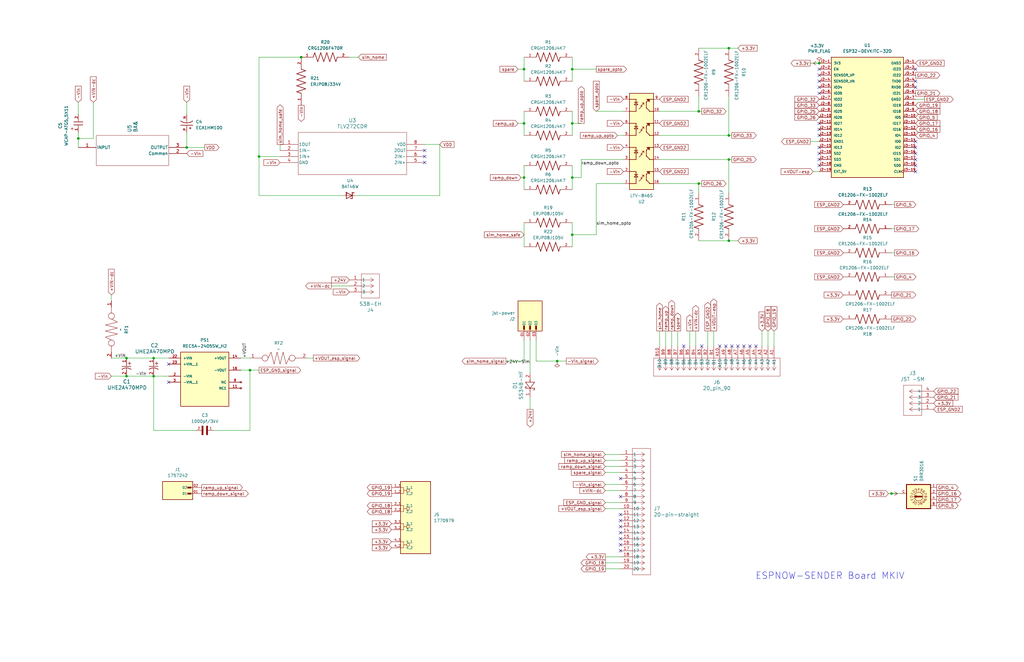
<source format=kicad_sch>
(kicad_sch (version 20250114) (generator "eeschema") (generator_version "9.0")
  (paper "USLedger")
  (lib_symbols
    (symbol "1757242:1757242" (pin_names (offset 1.016))
      (property "Reference" "J" (at -6.85 5.08 0))
      (property "Value" "1757242" (at -6.35 -5.08 0))
      (symbol "1757242_0_0"
        (pin passive line (at -10.16 2.54 0) (length 5.08) (name "01") (number "01"))
        (pin passive line (at -10.16 0 0) (length 5.08) (name "02") (number "02"))
      )
    )
    (symbol "1770979:1770979" (pin_names (offset 1.016))
      (property "Reference" "J" (at -6.85 15.24 0))
      (property "Value" "1770979" (at -6.35 -17.78 0))
      (symbol "1770979_0_0"
        (pin passive line (at -10.16 12.7 0) (length 5.08) (name "1_1") (number "1_1"))
        (pin passive line (at -10.16 10.16 0) (length 5.08) (name "1_2") (number "1_2"))
        (pin passive line (at -10.16 5.08 0) (length 5.08) (name "2_1") (number "2_1"))
        (pin passive line (at -10.16 2.54 0) (length 5.08) (name "2_2") (number "2_2"))
        (pin passive line (at -10.16 -2.54 0) (length 5.08) (name "3_1") (number "3_1"))
        (pin passive line (at -10.16 -5.08 0) (length 5.08) (name "3_2") (number "3_2"))
        (pin passive line (at -10.16 -10.16 0) (length 5.08) (name "4_1") (number "4_1"))
        (pin passive line (at -10.16 -12.7 0) (length 5.08) (name "4_2") (number "4_2"))
      )
    )
    (symbol "2025-11-05_08-31-36:TLV272CDR" (pin_names (offset 0.254))
      (property "Reference" "U3" (at 30.48 10.16 0))
      (property "Value" "TLV272CDR" (at 30.48 7.62 0))
      (symbol "TLV272CDR_0_1"
        (pin output line (at 0 0 0) (length 7.62) (name "1OUT") (number "1"))
        (pin input line (at 0 -2.54 0) (length 7.62) (name "1IN-") (number "2"))
        (pin input line (at 0 -5.08 0) (length 7.62) (name "1IN+") (number "3"))
        (pin passive line (at 0 -7.62 0) (length 7.62) (name "GND") (number "4"))
        (pin power_in line (at 60.96 0 180) (length 7.62) (name "VDD") (number "8"))
        (pin output line (at 60.96 -2.54 180) (length 7.62) (name "2OUT") (number "7"))
        (pin input line (at 60.96 -5.08 180) (length 7.62) (name "2IN-") (number "6"))
        (pin input line (at 60.96 -7.62 180) (length 7.62) (name "2IN+") (number "5"))
      )
    )
    (symbol "2025-11-05_11-31-18:BA&" (pin_names (offset 0.254))
      (property "Reference" "U5" (at 21.5899 6.35 90))
      (property "Value" "BA&" (at 24.1299 6.35 90))
      (symbol "BA&_0_1"
        (pin unspecified line (at 0 0 0) (length 7.62) (name "INPUT") (number "1"))
        (pin power_out line (at 45.72 0 180) (length 7.62) (name "OUTPUT") (number "3"))
      )
      (symbol "BA&_1_1"
        (pin passive line (at 45.72 -2.54 180) (length 7.62) (name "Common") (number "2"))
      )
    )
    (symbol "20_pin_90:XC5A-2022" (pin_names (offset 0.254))
      (property "Reference" "J" (at 8.89 6.35 0))
      (property "Value" "XC5A-2022" (at 0 0 0))
      (symbol "XC5A-2022_1_1"
        (pin unspecified line (at 0 0 0) (length 5.08) (name "A1") (number "A1"))
        (pin unspecified line (at 0 -2.54 0) (length 5.08) (name "A2") (number "A2"))
        (pin unspecified line (at 0 -5.08 0) (length 5.08) (name "A3") (number "A3"))
        (pin unspecified line (at 0 -7.62 0) (length 5.08) (name "A4") (number "A4"))
        (pin unspecified line (at 0 -10.16 0) (length 5.08) (name "A5") (number "A5"))
        (pin unspecified line (at 0 -12.7 0) (length 5.08) (name "A6") (number "A6"))
        (pin unspecified line (at 0 -15.24 0) (length 5.08) (name "A7") (number "A7"))
        (pin unspecified line (at 0 -17.78 0) (length 5.08) (name "A8") (number "A8"))
        (pin unspecified line (at 0 -20.32 0) (length 5.08) (name "A9") (number "A9"))
        (pin unspecified line (at 0 -22.86 0) (length 5.08) (name "A10") (number "A10"))
        (pin unspecified line (at 0 -25.4 0) (length 5.08) (name "B1") (number "B1"))
        (pin unspecified line (at 0 -27.94 0) (length 5.08) (name "B2") (number "B2"))
        (pin unspecified line (at 0 -30.48 0) (length 5.08) (name "B3") (number "B3"))
        (pin unspecified line (at 0 -33.02 0) (length 5.08) (name "B4") (number "B4"))
        (pin unspecified line (at 0 -35.56 0) (length 5.08) (name "B5") (number "B5"))
        (pin unspecified line (at 0 -38.1 0) (length 5.08) (name "B6") (number "B6"))
        (pin unspecified line (at 0 -40.64 0) (length 5.08) (name "B7") (number "B7"))
        (pin unspecified line (at 0 -43.18 0) (length 5.08) (name "B8") (number "B8"))
        (pin unspecified line (at 0 -45.72 0) (length 5.08) (name "B9") (number "B9"))
        (pin unspecified line (at 0 -48.26 0) (length 5.08) (name "B10") (number "B10"))
      )
      (symbol "XC5A-2022_1_2"
        (pin unspecified line (at 0 0 0) (length 5.08) (name "A1") (number "A1"))
        (pin unspecified line (at 0 -2.54 0) (length 5.08) (name "A2") (number "A2"))
        (pin unspecified line (at 0 -5.08 0) (length 5.08) (name "A3") (number "A3"))
        (pin unspecified line (at 0 -7.62 0) (length 5.08) (name "A4") (number "A4"))
        (pin unspecified line (at 0 -10.16 0) (length 5.08) (name "A5") (number "A5"))
        (pin unspecified line (at 0 -12.7 0) (length 5.08) (name "A6") (number "A6"))
        (pin unspecified line (at 0 -15.24 0) (length 5.08) (name "A7") (number "A7"))
        (pin unspecified line (at 0 -17.78 0) (length 5.08) (name "A8") (number "A8"))
        (pin unspecified line (at 0 -20.32 0) (length 5.08) (name "A9") (number "A9"))
        (pin unspecified line (at 0 -22.86 0) (length 5.08) (name "A10") (number "A10"))
        (pin unspecified line (at 0 -25.4 0) (length 5.08) (name "B1") (number "B1"))
        (pin unspecified line (at 0 -27.94 0) (length 5.08) (name "B2") (number "B2"))
        (pin unspecified line (at 0 -30.48 0) (length 5.08) (name "B3") (number "B3"))
        (pin unspecified line (at 0 -33.02 0) (length 5.08) (name "B4") (number "B4"))
        (pin unspecified line (at 0 -35.56 0) (length 5.08) (name "B5") (number "B5"))
        (pin unspecified line (at 0 -38.1 0) (length 5.08) (name "B6") (number "B6"))
        (pin unspecified line (at 0 -40.64 0) (length 5.08) (name "B7") (number "B7"))
        (pin unspecified line (at 0 -43.18 0) (length 5.08) (name "B8") (number "B8"))
        (pin unspecified line (at 0 -45.72 0) (length 5.08) (name "B9") (number "B9"))
        (pin unspecified line (at 0 -48.26 0) (length 5.08) (name "B10") (number "B10"))
      )
    )
    (symbol "20_pin_straight:XC5B-2021" (pin_names (offset 0.254))
      (property "Reference" "J" (at 8.89 6.35 0))
      (property "Value" "XC5B-2021" (at 0 0 0))
      (symbol "XC5B-2021_1_1"
        (pin unspecified line (at 0 0 0) (length 5.08) (name "1") (number "1"))
        (pin unspecified line (at 0 -2.54 0) (length 5.08) (name "2") (number "2"))
        (pin unspecified line (at 0 -5.08 0) (length 5.08) (name "3") (number "3"))
        (pin unspecified line (at 0 -7.62 0) (length 5.08) (name "4") (number "4"))
        (pin unspecified line (at 0 -10.16 0) (length 5.08) (name "5") (number "5"))
        (pin unspecified line (at 0 -12.7 0) (length 5.08) (name "6") (number "6"))
        (pin unspecified line (at 0 -15.24 0) (length 5.08) (name "7") (number "7"))
        (pin unspecified line (at 0 -17.78 0) (length 5.08) (name "8") (number "8"))
        (pin unspecified line (at 0 -20.32 0) (length 5.08) (name "9") (number "9"))
        (pin unspecified line (at 0 -22.86 0) (length 5.08) (name "10") (number "10"))
        (pin unspecified line (at 0 -25.4 0) (length 5.08) (name "11") (number "11"))
        (pin unspecified line (at 0 -27.94 0) (length 5.08) (name "12") (number "12"))
        (pin unspecified line (at 0 -30.48 0) (length 5.08) (name "13") (number "13"))
        (pin unspecified line (at 0 -33.02 0) (length 5.08) (name "14") (number "14"))
        (pin unspecified line (at 0 -35.56 0) (length 5.08) (name "15") (number "15"))
        (pin unspecified line (at 0 -38.1 0) (length 5.08) (name "16") (number "16"))
        (pin unspecified line (at 0 -40.64 0) (length 5.08) (name "17") (number "17"))
        (pin unspecified line (at 0 -43.18 0) (length 5.08) (name "18") (number "18"))
        (pin unspecified line (at 0 -45.72 0) (length 5.08) (name "19") (number "19"))
        (pin unspecified line (at 0 -48.26 0) (length 5.08) (name "20") (number "20"))
      )
      (symbol "XC5B-2021_1_2"
        (pin unspecified line (at 0 0 0) (length 5.08) (name "1") (number "1"))
        (pin unspecified line (at 0 -2.54 0) (length 5.08) (name "2") (number "2"))
        (pin unspecified line (at 0 -5.08 0) (length 5.08) (name "3") (number "3"))
        (pin unspecified line (at 0 -7.62 0) (length 5.08) (name "4") (number "4"))
        (pin unspecified line (at 0 -10.16 0) (length 5.08) (name "5") (number "5"))
        (pin unspecified line (at 0 -12.7 0) (length 5.08) (name "6") (number "6"))
        (pin unspecified line (at 0 -15.24 0) (length 5.08) (name "7") (number "7"))
        (pin unspecified line (at 0 -17.78 0) (length 5.08) (name "8") (number "8"))
        (pin unspecified line (at 0 -20.32 0) (length 5.08) (name "9") (number "9"))
        (pin unspecified line (at 0 -22.86 0) (length 5.08) (name "10") (number "10"))
        (pin unspecified line (at 0 -25.4 0) (length 5.08) (name "11") (number "11"))
        (pin unspecified line (at 0 -27.94 0) (length 5.08) (name "12") (number "12"))
        (pin unspecified line (at 0 -30.48 0) (length 5.08) (name "13") (number "13"))
        (pin unspecified line (at 0 -33.02 0) (length 5.08) (name "14") (number "14"))
        (pin unspecified line (at 0 -35.56 0) (length 5.08) (name "15") (number "15"))
        (pin unspecified line (at 0 -38.1 0) (length 5.08) (name "16") (number "16"))
        (pin unspecified line (at 0 -40.64 0) (length 5.08) (name "17") (number "17"))
        (pin unspecified line (at 0 -43.18 0) (length 5.08) (name "18") (number "18"))
        (pin unspecified line (at 0 -45.72 0) (length 5.08) (name "19") (number "19"))
        (pin unspecified line (at 0 -48.26 0) (length 5.08) (name "20") (number "20"))
      )
    )
    (symbol "BAT46W:BAT46W" (pin_names (offset 1.016))
      (property "Reference" "U" (at -2.2896 1.908 0))
      (property "Value" "BAT46W" (at -2.2899 -3.4349 0))
      (symbol "BAT46W_0_0"
        (pin passive line (at -2.54 0 0) (length 2.54) (name "~") (number "2"))
        (pin passive line (at 2.54 0 180) (length 2.54) (name "~") (number "1"))
      )
    )
    (symbol "CL31B106KAHNNNE:CL31B106KAHNNNE" (pin_names (offset 1.016))
      (property "Reference" "C" (at 0 3.81 0))
      (property "Value" "CL31B106KAHNNNE" (at 0 -5.08 0))
      (symbol "CL31B106KAHNNNE_0_0"
        (pin passive line (at -2.54 0 0) (length 2.54) (name "~") (number "2"))
        (pin passive line (at 5.08 0 180) (length 2.54) (name "~") (number "1"))
      )
    )
    (symbol "CR1206-FX-1002ELF:CR1206-FX-1002ELF" (pin_names (offset 1.016))
      (property "Reference" "R" (at -7.6244 2.5415 0))
      (property "Value" "CR1206-FX-1002ELF" (at -7.63 -5.0866 0))
      (symbol "CR1206-FX-1002ELF_0_0"
        (pin passive line (at -10.16 0 0) (length 5.08) (name "~") (number "1"))
        (pin passive line (at 10.16 0 180) (length 5.08) (name "~") (number "2"))
      )
    )
    (symbol "CRG1206F470R:CRG1206F470R" (pin_names (offset 1.016))
      (property "Reference" "R" (at -7.6244 2.5415 0))
      (property "Value" "CRG1206F470R" (at -7.63 -5.0866 0))
      (symbol "CRG1206F470R_0_0"
        (pin passive line (at -10.16 0 0) (length 5.08) (name "~") (number "1"))
        (pin passive line (at 10.16 0 180) (length 5.08) (name "~") (number "2"))
      )
    )
    (symbol "CRGH1206J4K7:CRGH1206J4K7" (pin_names (offset 1.016))
      (property "Reference" "R" (at -7.6244 2.5415 0))
      (property "Value" "CRGH1206J4K7" (at -7.63 -5.0866 0))
      (symbol "CRGH1206J4K7_0_0"
        (pin passive line (at -10.16 0 0) (length 5.08) (name "~") (number "1"))
        (pin passive line (at 10.16 0 180) (length 5.08) (name "~") (number "2"))
      )
    )
    (symbol "DRR3016:DRR3016" (pin_names (offset 1.016))
      (property "Reference" "S" (at -4.4499 -5.0856 90))
      (property "Value" "DRR3016" (at 8.9007 -5.0861 90))
      (symbol "DRR3016_0_0"
        (pin passive line (at -2.54 7.62 270) (length 2.54) (name "~") (number "1"))
        (pin passive line (at 0 7.62 270) (length 2.54) (name "~") (number "2"))
        (pin passive line (at 0 -7.62 90) (length 2.54) (name "~") (number "C"))
        (pin passive line (at 2.54 7.62 270) (length 2.54) (name "~") (number "4"))
        (pin passive line (at 5.08 7.62 270) (length 2.54) (name "~") (number "8"))
      )
    )
    (symbol "ERJP08J105V:ERJP08J105V" (pin_names (offset 1.016))
      (property "Reference" "R" (at -7.624 2.541 0))
      (property "Value" "ERJP08J105V" (at -7.624 -5.087 0))
      (symbol "ERJP08J105V_0_0"
        (pin passive line (at -10.16 0 0) (length 5.08) (name "~") (number "1"))
        (pin passive line (at 10.16 0 180) (length 5.08) (name "~") (number "2"))
      )
    )
    (symbol "ERJP08J334V:ERJP08J334V" (pin_names (offset 1.016))
      (property "Reference" "R" (at -7.624 2.541 0))
      (property "Value" "ERJP08J334V" (at -7.624 -5.087 0))
      (symbol "ERJP08J334V_0_0"
        (pin passive line (at -10.16 0 0) (length 5.08) (name "~") (number "1"))
        (pin passive line (at 10.16 0 180) (length 5.08) (name "~") (number "2"))
      )
    )
    (symbol "LTV-846S:LTV-846S" (pin_names (offset 1.016))
      (property "Reference" "U" (at -5.08 21.082 0))
      (property "Value" "LTV-846S" (at -5.08 -22.86 0))
      (symbol "LTV-846S_0_0"
        (pin passive line (at -7.62 17.78 0) (length 2.54) (name "~") (number "1"))
        (pin passive line (at -7.62 12.7 0) (length 2.54) (name "~") (number "2"))
        (pin passive line (at -7.62 7.62 0) (length 2.54) (name "~") (number "3"))
        (pin passive line (at -7.62 2.54 0) (length 2.54) (name "~") (number "4"))
        (pin passive line (at -7.62 -2.54 0) (length 2.54) (name "~") (number "5"))
        (pin passive line (at -7.62 -7.62 0) (length 2.54) (name "~") (number "6"))
        (pin passive line (at -7.62 -12.7 0) (length 2.54) (name "~") (number "7"))
        (pin passive line (at -7.62 -17.78 0) (length 2.54) (name "~") (number "8"))
        (pin passive line (at 7.62 17.78 180) (length 2.54) (name "~") (number "16"))
        (pin passive line (at 7.62 12.7 180) (length 2.54) (name "~") (number "15"))
        (pin passive line (at 7.62 7.62 180) (length 2.54) (name "~") (number "14"))
        (pin passive line (at 7.62 2.54 180) (length 2.54) (name "~") (number "13"))
        (pin passive line (at 7.62 -2.54 180) (length 2.54) (name "~") (number "12"))
        (pin passive line (at 7.62 -7.62 180) (length 2.54) (name "~") (number "11"))
        (pin passive line (at 7.62 -12.7 180) (length 2.54) (name "~") (number "10"))
        (pin passive line (at 7.62 -17.78 180) (length 2.54) (name "~") (number "9"))
      )
    )
    (symbol "WCAP-ATG5_5X11:ECA1HM100" (pin_names (offset 1.016))
      (property "Reference" "C" (at -2.54 3.81 0))
      (property "Value" "ECA1HM100" (at -2.54 -5.08 0))
      (symbol "ECA1HM100_0_0"
        (pin passive line (at -2.54 0 0) (length 2.54) (name "~") (number "P"))
        (pin passive line (at 5.08 0 180) (length 2.54) (name "~") (number "N"))
      )
    )
    (symbol "WCAP-ATG5_5X11:WCAP-ATG5_5X11" (pin_names (offset 1.016))
      (property "Reference" "C" (at 1.175 3.38 0))
      (property "Value" "WCAP-ATG5_5X11" (at 0.915 -5.075 0))
      (symbol "WCAP-ATG5_5X11_0_0"
        (text "+" (at 2.54 -1.905 0) (effects (font (size 1.4224 1.4224)) (justify left bottom)))
        (pin passive line (at -2.54 0 0) (length 2.54) (name "~") (number "2"))
        (pin passive line (at 5.08 0 180) (length 2.54) (name "~") (number "1"))
      )
    )
    (symbol "custom_library:ESP32-DEVKITC-32D" (pin_names (offset 1.016))
      (property "Reference" "U1" (at 0 30.48 0))
      (property "Value" "ESP32-DEVKITC-32D" (at 0 27.94 0))
      (symbol "ESP32-DEVKITC-32D_0_0"
        (pin power_in line (at -20.32 22.86 0) (length 5.08) (name "3V3") (number "J2-1"))
        (pin input line (at -20.32 20.32 0) (length 5.08) (name "EN") (number "J2-2"))
        (pin input line (at -20.32 17.78 0) (length 5.08) (name "SENSOR_VP") (number "J2-3"))
        (pin input line (at -20.32 15.24 0) (length 5.08) (name "SENSOR_VN") (number "J2-4"))
        (pin bidirectional line (at -20.32 12.7 0) (length 5.08) (name "IO34") (number "J2-5"))
        (pin bidirectional line (at -20.32 10.16 0) (length 5.08) (name "IO35") (number "J2-6"))
        (pin bidirectional line (at -20.32 7.62 0) (length 5.08) (name "IO32") (number "J2-7"))
        (pin bidirectional line (at -20.32 5.08 0) (length 5.08) (name "IO33") (number "J2-8"))
        (pin bidirectional line (at -20.32 2.54 0) (length 5.08) (name "IO25") (number "J2-9"))
        (pin bidirectional line (at -20.32 0 0) (length 5.08) (name "IO26") (number "J2-10"))
        (pin bidirectional line (at -20.32 -2.54 0) (length 5.08) (name "IO27") (number "J2-11"))
        (pin bidirectional line (at -20.32 -5.08 0) (length 5.08) (name "IO14") (number "J2-12"))
        (pin bidirectional line (at -20.32 -7.62 0) (length 5.08) (name "IO12") (number "J2-13"))
        (pin power_in line (at -20.32 -10.16 0) (length 5.08) (name "GND1") (number "J2-14"))
        (pin bidirectional line (at -20.32 -12.7 0) (length 5.08) (name "IO13") (number "J2-15"))
        (pin bidirectional line (at -20.32 -15.24 0) (length 5.08) (name "SD2") (number "J2-16"))
        (pin bidirectional line (at -20.32 -17.78 0) (length 5.08) (name "SD3") (number "J2-17"))
        (pin bidirectional line (at -20.32 -20.32 0) (length 5.08) (name "CMD") (number "J2-18"))
        (pin passive line (at -20.32 -22.86 0) (length 5.08) (name "EXT_5V") (number "J2-19"))
        (pin power_in line (at 20.32 22.86 180) (length 5.08) (name "GND3") (number "J3-1"))
        (pin bidirectional line (at 20.32 20.32 180) (length 5.08) (name "IO23") (number "J3-2"))
        (pin bidirectional line (at 20.32 17.78 180) (length 5.08) (name "IO22") (number "J3-3"))
        (pin output line (at 20.32 15.24 180) (length 5.08) (name "TXD0") (number "J3-4"))
        (pin input line (at 20.32 12.7 180) (length 5.08) (name "RXD0") (number "J3-5"))
        (pin bidirectional line (at 20.32 10.16 180) (length 5.08) (name "IO21") (number "J3-6"))
        (pin power_out line (at 20.32 7.62 180) (length 5.08) (name "GND2") (number "J3-7"))
        (pin bidirectional line (at 20.32 5.08 180) (length 5.08) (name "IO19") (number "J3-8"))
        (pin bidirectional line (at 20.32 2.54 180) (length 5.08) (name "IO18") (number "J3-9"))
        (pin bidirectional line (at 20.32 0 180) (length 5.08) (name "IO5") (number "J3-10"))
        (pin bidirectional line (at 20.32 -2.54 180) (length 5.08) (name "IO17") (number "J3-11"))
        (pin bidirectional line (at 20.32 -5.08 180) (length 5.08) (name "IO16") (number "J3-12"))
        (pin bidirectional line (at 20.32 -7.62 180) (length 5.08) (name "IO4") (number "J3-13"))
        (pin bidirectional line (at 20.32 -10.16 180) (length 5.08) (name "IO0") (number "J3-14"))
        (pin bidirectional line (at 20.32 -12.7 180) (length 5.08) (name "IO2") (number "J3-15"))
        (pin bidirectional line (at 20.32 -15.24 180) (length 5.08) (name "IO15") (number "J3-16"))
        (pin bidirectional line (at 20.32 -17.78 180) (length 5.08) (name "SD1") (number "J3-17"))
        (pin bidirectional line (at 20.32 -20.32 180) (length 5.08) (name "SD0") (number "J3-18"))
        (pin input clock (at 20.32 -22.86 180) (length 5.08) (name "CLK") (number "J3-19"))
      )
    )
    (symbol "custom_library:JCT" (pin_names (offset 0.254))
      (property "Reference" "J3" (at 8.89 -15.24 0))
      (property "Value" "JCT" (at 8.89 -12.7 0))
      (symbol "JCT_1_1"
        (pin power_in line (at 0 0 0) (length 5.08) (name "1") (number "1"))
        (pin power_in line (at 0 -2.54 0) (length 5.08) (name "2") (number "2"))
        (pin input line (at 0 -5.08 0) (length 5.08) (name "3") (number "3"))
        (pin input line (at 0 -7.62 0) (length 5.08) (name "4") (number "4"))
      )
      (symbol "JCT_1_2"
        (pin unspecified line (at 0 0 0) (length 5.08) (name "1") (number "1"))
        (pin unspecified line (at 0 -2.54 0) (length 5.08) (name "2") (number "2"))
        (pin unspecified line (at 0 -5.08 0) (length 5.08) (name "3") (number "3"))
        (pin unspecified line (at 0 -7.62 0) (length 5.08) (name "4") (number "4"))
      )
    )
    (symbol "custom_library:REC5A-2405SW_H2" (pin_names (offset 1.016))
      (property "Reference" "PS1" (at 0 12.7 0))
      (property "Value" "REC5A-2405SW_H2" (at 0 10.16 0))
      (symbol "REC5A-2405SW_H2_0_0"
        (pin power_in line (at -15.24 5.08 0) (length 5.08) (name "+VIN") (number "22"))
        (pin input line (at -15.24 2.54 0) (length 5.08) (name "+VIN__1") (number "23"))
        (pin passive line (at -15.24 -2.54 0) (length 5.08) (name "-VIN") (number "2"))
        (pin input line (at -15.24 -5.08 0) (length 5.08) (name "-VIN__1") (number "3"))
        (pin power_out line (at 15.24 5.08 180) (length 5.08) (name "+VOUT") (number "14"))
        (pin passive line (at 15.24 0 180) (length 5.08) (name "-VOUT") (number "16"))
        (pin no_connect line (at 15.24 -5.08 180) (length 5.08) (name "NC") (number "9"))
        (pin no_connect line (at 15.24 -7.62 180) (length 5.08) (name "NC1") (number "11"))
      )
    )
    (symbol "custom_library:S3B-EH" (pin_names (offset 0.254))
      (property "Reference" "J4" (at 8.89 -12.7 0))
      (property "Value" "S3B-EH" (at 8.89 -10.16 0))
      (symbol "S3B-EH_1_1"
        (pin power_in line (at 0 0 0) (length 5.08) (name "1") (number "1"))
        (pin power_out line (at 0 -2.54 0) (length 5.08) (name "2") (number "2"))
        (pin passive line (at 0 -5.08 0) (length 5.08) (name "3") (number "3"))
      )
      (symbol "S3B-EH_1_2"
        (pin unspecified line (at 0 0 0) (length 5.08) (name "1") (number "1"))
        (pin unspecified line (at 0 -2.54 0) (length 5.08) (name "2") (number "2"))
        (pin unspecified line (at 0 -5.08 0) (length 5.08) (name "3") (number "3"))
      )
    )
    (symbol "custom_library:SS34B-HF" (pin_names (offset 0.254))
      (property "Reference" "D1" (at 5.08 -6.35 0))
      (property "Value" "SS34B-HF" (at 5.08 -3.81 0))
      (symbol "SS34B-HF_0_1"
        (pin power_in line (at 0 0 0) (length 2.54) (name "") (number "2"))
        (pin power_out line (at 10.16 0 180) (length 2.54) (name "") (number "1"))
      )
    )
    (symbol "custom_library:UHE2A470MPD" (pin_names (offset 0.254))
      (property "Reference" "C1" (at -5.334 -0.508 90))
      (property "Value" "UHE2A470MPD" (at -2.794 6.096 90))
      (symbol "UHE2A470MPD_1_1"
        (pin passive line (at 0 0 0) (length 2.54) (name "") (number "1"))
        (pin passive line (at 7.62 0 180) (length 2.54) (name "") (number "2"))
      )
      (symbol "UHE2A470MPD_1_2"
        (pin unspecified line (at 0 0 270) (length 2.54) (name "") (number "2"))
        (pin unspecified line (at 0 -7.62 90) (length 2.54) (name "") (number "1"))
      )
    )
    (symbol "custom_library:jst-power" (pin_names (offset 1.016))
      (property "Reference" "J2" (at 10.16 -1.778 90))
      (property "Value" "jst-power" (at 12.446 -4.572 90))
      (symbol "jst-power_0_0"
        (pin passive line (at -10.16 2.54 0) (length 5.08) (name "01") (number "01"))
        (pin power_out line (at -10.16 0 0) (length 5.08) (name "02") (number "02"))
        (pin passive line (at -10.16 -2.54 0) (length 5.08) (name "03") (number "03"))
      )
    )
    (symbol "custom_library:reset_fuse"
      (property "Reference" "RF1" (at -0.635 6.35 0))
      (property "Value" "~" (at -0.635 3.81 0))
      (symbol "reset_fuse_1_1"
        (pin power_in line (at -12.7 0 0) (length 2.54) (name "") (number "1"))
        (pin power_out line (at 11.43 0 180) (length 2.54) (name "") (number "2"))
      )
    )
    (symbol "power:+3.3V" (power) (pin_numbers (hide yes)) (pin_names (offset 0) (hide yes))
      (property "Value" "+3.3V" (at 0 3.556 0))
      (symbol "+3.3V_1_1"
        (pin power_in line (at 0 0 90) (length 0) (name "~") (number "1"))
      )
    )
    (symbol "power:PWR_FLAG" (power) (pin_numbers (hide yes)) (pin_names (offset 0) (hide yes))
      (property "Value" "PWR_FLAG" (at 0 3.81 0))
      (symbol "PWR_FLAG_0_0"
        (pin power_out line (at 0 0 90) (length 0) (name "~") (number "1"))
      )
    )
  )
  (text "ESPNOW-SENDER Board MKIV\n\n" (at 350.012 245.364 0) (effects (font (size 2.794 2.794))))
  (junction (at 307.34 67.31))
  (junction (at 64.77 158.75))
  (junction (at 241.3 99.06))
  (junction (at 78.74 62.23))
  (junction (at 307.34 101.6))
  (junction (at 53.34 158.75))
  (junction (at 241.3 74.93))
  (junction (at 375.92 208.28))
  (junction (at 234.95 152.4))
  (junction (at 127 24.13))
  (junction (at 220.98 74.93))
  (junction (at 294.64 46.99))
  (junction (at 109.22 66.04))
  (junction (at 220.98 52.07))
  (junction (at 33.02 58.42))
  (junction (at 220.98 29.21))
  (junction (at 307.34 20.32))
  (junction (at 241.3 52.07))
  (junction (at 105.41 156.21))
  (junction (at 307.34 57.15))
  (junction (at 64.77 151.13))
  (junction (at 241.3 29.21))
  (junction (at 53.34 151.13))
  (junction (at 294.64 77.47))
  (junction (at 345.44 26.67))
  (no_connect (at 386.08 69.85))
  (no_connect (at 345.44 29.21))
  (no_connect (at 345.44 67.31))
  (no_connect (at 308.61 146.05))
  (no_connect (at 386.08 36.83))
  (no_connect (at 261.62 201.93))
  (no_connect (at 179.07 68.58))
  (no_connect (at 345.44 69.85))
  (no_connect (at 345.44 54.61))
  (no_connect (at 311.15 146.05))
  (no_connect (at 345.44 34.29))
  (no_connect (at 386.08 67.31))
  (no_connect (at 386.08 59.69))
  (no_connect (at 261.62 224.79))
  (no_connect (at 316.23 146.05))
  (no_connect (at 261.62 222.25))
  (no_connect (at 386.08 62.23))
  (no_connect (at 386.08 34.29))
  (no_connect (at 261.62 209.55))
  (no_connect (at 295.91 146.05))
  (no_connect (at 261.62 229.87))
  (no_connect (at 179.07 63.5))
  (no_connect (at 306.07 146.05))
  (no_connect (at 345.44 52.07))
  (no_connect (at 386.08 64.77))
  (no_connect (at 345.44 57.15))
  (no_connect (at 288.29 146.05))
  (no_connect (at 386.08 72.39))
  (no_connect (at 303.53 146.05))
  (no_connect (at 313.69 146.05))
  (no_connect (at 386.08 29.21))
  (no_connect (at 345.44 39.37))
  (no_connect (at 261.62 219.71))
  (no_connect (at 345.44 36.83))
  (no_connect (at 318.77 146.05))
  (no_connect (at 345.44 62.23))
  (no_connect (at 261.62 232.41))
  (no_connect (at 179.07 66.04))
  (no_connect (at 71.12 153.67))
  (no_connect (at 345.44 31.75))
  (no_connect (at 261.62 227.33))
  (no_connect (at 261.62 217.17))
  (no_connect (at 71.12 161.29))
  (no_connect (at 345.44 64.77))
  (wire (pts (xy 46.99 127) (xy 46.99 124.46)))
  (wire (pts (xy 241.3 69.85) (xy 241.3 74.93)))
  (wire (pts (xy 255.27 191.77) (xy 261.62 191.77)))
  (wire (pts (xy 109.22 24.13) (xy 127 24.13)))
  (wire (pts (xy 129.54 151.13) (xy 132.08 151.13)))
  (wire (pts (xy 377.19 106.68) (xy 375.92 106.68)))
  (wire (pts (xy 255.27 212.09) (xy 261.62 212.09)))
  (wire (pts (xy 255.27 199.39) (xy 261.62 199.39)))
  (wire (pts (xy 234.95 152.4) (xy 238.76 152.4)))
  (wire (pts (xy 241.3 99.06) (xy 251.46 99.06)))
  (wire (pts (xy 374.65 208.28) (xy 375.92 208.28)))
  (wire (pts (xy 53.34 158.75) (xy 64.77 158.75)))
  (wire (pts (xy 220.98 46.99) (xy 220.98 52.07)))
  (wire (pts (xy 101.6 156.21) (xy 105.41 156.21)))
  (wire (pts (xy 78.74 48.26) (xy 78.74 43.18)))
  (wire (pts (xy 341.63 59.69) (xy 345.44 59.69)))
  (wire (pts (xy 280.67 139.7) (xy 280.67 146.05)))
  (wire (pts (xy 105.41 181.61) (xy 105.41 156.21)))
  (wire (pts (xy 278.13 77.47) (xy 294.64 77.47)))
  (wire (pts (xy 255.27 196.85) (xy 261.62 196.85)))
  (wire (pts (xy 185.42 82.55) (xy 185.42 60.96)))
  (wire (pts (xy 255.27 194.31) (xy 261.62 194.31)))
  (wire (pts (xy 64.77 181.61) (xy 82.55 181.61)))
  (wire (pts (xy 64.77 181.61) (xy 64.77 158.75)))
  (wire (pts (xy 220.98 24.13) (xy 220.98 29.21)))
  (wire (pts (xy 307.34 67.31) (xy 307.34 81.28)))
  (wire (pts (xy 46.99 151.13) (xy 53.34 151.13)))
  (wire (pts (xy 298.45 139.7) (xy 298.45 146.05)))
  (wire (pts (xy 307.34 67.31) (xy 308.61 67.31)))
  (wire (pts (xy 294.64 20.32) (xy 307.34 20.32)))
  (wire (pts (xy 226.06 143.51) (xy 226.06 152.4)))
  (wire (pts (xy 118.11 60.96) (xy 118.11 63.5)))
  (wire (pts (xy 245.11 67.31) (xy 262.89 67.31)))
  (wire (pts (xy 377.19 86.36) (xy 375.92 86.36)))
  (wire (pts (xy 241.3 99.06) (xy 241.3 104.14)))
  (wire (pts (xy 147.32 24.13) (xy 151.13 24.13)))
  (wire (pts (xy 241.3 93.98) (xy 241.3 99.06)))
  (wire (pts (xy 255.27 204.47) (xy 261.62 204.47)))
  (wire (pts (xy 220.98 69.85) (xy 220.98 74.93)))
  (wire (pts (xy 33.02 48.26) (xy 33.02 43.18)))
  (wire (pts (xy 321.31 139.7) (xy 321.31 146.05)))
  (wire (pts (xy 90.17 181.61) (xy 105.41 181.61)))
  (wire (pts (xy 241.3 74.93) (xy 241.3 80.01)))
  (wire (pts (xy 39.37 58.42) (xy 33.02 58.42)))
  (wire (pts (xy 219.71 74.93) (xy 220.98 74.93)))
  (wire (pts (xy 220.98 74.93) (xy 220.98 80.01)))
  (wire (pts (xy 294.64 40.64) (xy 294.64 46.99)))
  (wire (pts (xy 278.13 67.31) (xy 307.34 67.31)))
  (wire (pts (xy 377.19 116.84) (xy 375.92 116.84)))
  (wire (pts (xy 139.7 120.65) (xy 147.32 120.65)))
  (wire (pts (xy 278.13 139.7) (xy 278.13 146.05)))
  (wire (pts (xy 46.99 158.75) (xy 53.34 158.75)))
  (wire (pts (xy 218.44 52.07) (xy 220.98 52.07)))
  (wire (pts (xy 53.34 151.13) (xy 64.77 151.13)))
  (wire (pts (xy 251.46 77.47) (xy 251.46 99.06)))
  (wire (pts (xy 220.98 93.98) (xy 220.98 104.14)))
  (wire (pts (xy 220.98 152.4) (xy 213.36 152.4)))
  (wire (pts (xy 342.9 72.39) (xy 345.44 72.39)))
  (wire (pts (xy 109.22 82.55) (xy 144.78 82.55)))
  (wire (pts (xy 255.27 214.63) (xy 261.62 214.63)))
  (wire (pts (xy 255.27 237.49) (xy 261.62 237.49)))
  (wire (pts (xy 251.46 46.99) (xy 262.89 46.99)))
  (wire (pts (xy 33.02 62.23) (xy 33.02 58.42)))
  (wire (pts (xy 39.37 43.18) (xy 39.37 58.42)))
  (wire (pts (xy 241.3 29.21) (xy 241.3 34.29)))
  (wire (pts (xy 241.3 24.13) (xy 241.3 29.21)))
  (wire (pts (xy 241.3 74.93) (xy 245.11 74.93)))
  (wire (pts (xy 290.83 139.7) (xy 290.83 146.05)))
  (wire (pts (xy 223.52 157.48) (xy 223.52 143.51)))
  (wire (pts (xy 294.64 81.28) (xy 294.64 77.47)))
  (wire (pts (xy 71.12 158.75) (xy 64.77 158.75)))
  (wire (pts (xy 78.74 62.23) (xy 86.36 62.23)))
  (wire (pts (xy 326.39 139.7) (xy 326.39 146.05)))
  (wire (pts (xy 226.06 152.4) (xy 234.95 152.4)))
  (wire (pts (xy 386.08 41.91) (xy 389.89 41.91)))
  (wire (pts (xy 375.92 208.28) (xy 379.73 208.28)))
  (wire (pts (xy 105.41 156.21) (xy 109.22 156.21)))
  (wire (pts (xy 377.19 96.52) (xy 375.92 96.52)))
  (wire (pts (xy 220.98 152.4) (xy 220.98 143.51)))
  (wire (pts (xy 294.64 46.99) (xy 295.91 46.99)))
  (wire (pts (xy 109.22 66.04) (xy 109.22 82.55)))
  (wire (pts (xy 255.27 240.03) (xy 261.62 240.03)))
  (wire (pts (xy 260.35 57.15) (xy 262.89 57.15)))
  (wire (pts (xy 185.42 60.96) (xy 179.07 60.96)))
  (wire (pts (xy 293.37 139.7) (xy 293.37 146.05)))
  (wire (pts (xy 33.02 58.42) (xy 33.02 55.88)))
  (wire (pts (xy 223.52 172.72) (xy 223.52 167.64)))
  (wire (pts (xy 283.21 139.7) (xy 283.21 146.05)))
  (wire (pts (xy 241.3 52.07) (xy 245.11 52.07)))
  (wire (pts (xy 323.85 139.7) (xy 323.85 146.05)))
  (wire (pts (xy 255.27 234.95) (xy 261.62 234.95)))
  (wire (pts (xy 307.34 57.15) (xy 308.61 57.15)))
  (wire (pts (xy 255.27 207.01) (xy 261.62 207.01)))
  (wire (pts (xy 294.64 77.47) (xy 295.91 77.47)))
  (wire (pts (xy 285.75 139.7) (xy 285.75 146.05)))
  (wire (pts (xy 278.13 57.15) (xy 307.34 57.15)))
  (wire (pts (xy 307.34 20.32) (xy 311.15 20.32)))
  (wire (pts (xy 220.98 29.21) (xy 220.98 34.29)))
  (wire (pts (xy 220.98 52.07) (xy 220.98 57.15)))
  (wire (pts (xy 64.77 151.13) (xy 71.12 151.13)))
  (wire (pts (xy 241.3 46.99) (xy 241.3 52.07)))
  (wire (pts (xy 241.3 52.07) (xy 241.3 57.15)))
  (wire (pts (xy 149.86 82.55) (xy 185.42 82.55)))
  (wire (pts (xy 278.13 46.99) (xy 294.64 46.99)))
  (wire (pts (xy 300.99 139.7) (xy 300.99 146.05)))
  (wire (pts (xy 241.3 29.21) (xy 251.46 29.21)))
  (wire (pts (xy 294.64 101.6) (xy 307.34 101.6)))
  (wire (pts (xy 307.34 40.64) (xy 307.34 57.15)))
  (wire (pts (xy 101.6 151.13) (xy 105.41 151.13)))
  (wire (pts (xy 245.11 67.31) (xy 245.11 74.93)))
  (wire (pts (xy 109.22 66.04) (xy 109.22 24.13)))
  (wire (pts (xy 118.11 66.04) (xy 109.22 66.04)))
  (wire (pts (xy 307.34 101.6) (xy 311.15 101.6)))
  (wire (pts (xy 78.74 62.23) (xy 78.74 55.88)))
  (wire (pts (xy 251.46 77.47) (xy 262.89 77.47)))
  (wire (pts (xy 341.63 26.67) (xy 345.44 26.67)))
  (wire (pts (xy 218.44 29.21) (xy 220.98 29.21)))
  (label "-Vin" (at 57.15 158.75 0))
  (label "ramp_down_opto" (at 245.11 69.85 0))
  (label "+VOUT" (at 104.14 151.13 90))
  (label "+VIN" (at 48.26 151.13 0))
  (label "sim_home_opto" (at 251.46 95.25 0))
  (label "+24V-Sim" (at 223.52 153.67 180))
  (global_label "GPIO_32" (shape input) (at 345.44 41.91 180) (property "Intersheetrefs" "${INTERSHEET_REFS}" (effects (hide yes))))
  (global_label "ESP_GND2" (shape input) (at 278.13 41.91 0) (property "Intersheetrefs" "${INTERSHEET_REFS}" (effects (hide yes))))
  (global_label "+3.3V" (shape input) (at 355.6 134.62 180) (property "Intersheetrefs" "${INTERSHEET_REFS}" (effects (hide yes))))
  (global_label "spare" (shape input) (at 218.44 29.21 180) (property "Intersheetrefs" "${INTERSHEET_REFS}" (effects (hide yes))))
  (global_label "GPIO_22" (shape output) (at 386.08 31.75 0) (property "Intersheetrefs" "${INTERSHEET_REFS}" (effects (hide yes))))
  (global_label "-Vin" (shape input) (at 147.32 123.19 180) (property "Intersheetrefs" "${INTERSHEET_REFS}" (effects (hide yes))))
  (global_label "GPIO_19" (shape output) (at 255.27 240.03 180) (property "Intersheetrefs" "${INTERSHEET_REFS}" (effects (hide yes))))
  (global_label "+3.3V" (shape output) (at 341.63 26.67 180) (property "Intersheetrefs" "${INTERSHEET_REFS}" (effects (hide yes))))
  (global_label "spare_signal" (shape input) (at 255.27 199.39 180) (property "Intersheetrefs" "${INTERSHEET_REFS}" (effects (hide yes))))
  (global_label "+VIN-dc" (shape output) (at 293.37 139.7 90) (property "Intersheetrefs" "${INTERSHEET_REFS}" (effects (hide yes))))
  (global_label "-Vin" (shape input) (at 262.89 41.91 180) (property "Intersheetrefs" "${INTERSHEET_REFS}" (effects (hide yes))))
  (global_label "ESP_GND2" (shape input) (at 278.13 52.07 0) (property "Intersheetrefs" "${INTERSHEET_REFS}" (effects (hide yes))))
  (global_label "sim_home_safe" (shape input) (at 220.98 99.06 180) (property "Intersheetrefs" "${INTERSHEET_REFS}" (effects (hide yes))))
  (global_label "sim_home_signal" (shape input) (at 255.27 191.77 180) (property "Intersheetrefs" "${INTERSHEET_REFS}" (effects (hide yes))))
  (global_label "-Vin" (shape input) (at 262.89 52.07 180) (property "Intersheetrefs" "${INTERSHEET_REFS}" (effects (hide yes))))
  (global_label "ramp_up_opto" (shape input) (at 260.35 57.15 180) (property "Intersheetrefs" "${INTERSHEET_REFS}" (effects (hide yes))))
  (global_label "ramp_up" (shape output) (at 280.67 139.7 90) (property "Intersheetrefs" "${INTERSHEET_REFS}" (effects (hide yes))))
  (global_label "GPIO_21" (shape output) (at 375.92 124.46 0) (property "Intersheetrefs" "${INTERSHEET_REFS}" (effects (hide yes))))
  (global_label "GPIO_4" (shape output) (at 394.97 205.74 0) (property "Intersheetrefs" "${INTERSHEET_REFS}" (effects (hide yes))))
  (global_label "+24V" (shape output) (at 223.52 172.72 270) (property "Intersheetrefs" "${INTERSHEET_REFS}" (effects (hide yes))))
  (global_label "GPIO_19" (shape input) (at 326.39 139.7 90) (property "Intersheetrefs" "${INTERSHEET_REFS}" (effects (hide yes))))
  (global_label "GPIO_21" (shape input) (at 393.7 167.64 0) (property "Intersheetrefs" "${INTERSHEET_REFS}" (effects (hide yes))))
  (global_label "+VIN-dc" (shape input) (at 39.37 43.18 90) (property "Intersheetrefs" "${INTERSHEET_REFS}" (effects (hide yes))))
  (global_label "+3.3V" (shape input) (at 165.1 228.6 180) (property "Intersheetrefs" "${INTERSHEET_REFS}" (effects (hide yes))))
  (global_label "+3.3V" (shape input) (at 165.1 220.98 180) (property "Intersheetrefs" "${INTERSHEET_REFS}" (effects (hide yes))))
  (global_label "-Vin_signal" (shape output) (at 238.76 152.4 0) (property "Intersheetrefs" "${INTERSHEET_REFS}" (effects (hide yes))))
  (global_label "ESP_GND_signal" (shape output) (at 109.22 156.21 0) (property "Intersheetrefs" "${INTERSHEET_REFS}" (effects (hide yes))))
  (global_label "ESP_GND2" (shape input) (at 355.6 106.68 180) (property "Intersheetrefs" "${INTERSHEET_REFS}" (effects (hide yes))))
  (global_label "ESP_GND2" (shape output) (at 298.45 139.7 90) (property "Intersheetrefs" "${INTERSHEET_REFS}" (effects (hide yes))))
  (global_label "ramp_up_opto" (shape output) (at 245.11 52.07 90) (property "Intersheetrefs" "${INTERSHEET_REFS}" (effects (hide yes))))
  (global_label "+VIN-dc" (shape output) (at 139.7 120.65 180) (property "Intersheetrefs" "${INTERSHEET_REFS}" (effects (hide yes))))
  (global_label "+3.3V" (shape input) (at 165.1 223.52 180) (property "Intersheetrefs" "${INTERSHEET_REFS}" (effects (hide yes))))
  (global_label "GPIO_5" (shape output) (at 394.97 213.36 0) (property "Intersheetrefs" "${INTERSHEET_REFS}" (effects (hide yes))))
  (global_label "ramp_up_signal" (shape input) (at 255.27 194.31 180) (property "Intersheetrefs" "${INTERSHEET_REFS}" (effects (hide yes))))
  (global_label "-Vin_signal" (shape input) (at 255.27 204.47 180) (property "Intersheetrefs" "${INTERSHEET_REFS}" (effects (hide yes))))
  (global_label "sim_home" (shape output) (at 278.13 139.7 90) (property "Intersheetrefs" "${INTERSHEET_REFS}" (effects (hide yes))))
  (global_label "ESP_GND2" (shape input) (at 386.08 26.67 0) (property "Intersheetrefs" "${INTERSHEET_REFS}" (effects (hide yes))))
  (global_label "GPIO_18" (shape output) (at 165.1 215.9 180) (property "Intersheetrefs" "${INTERSHEET_REFS}" (effects (hide yes))))
  (global_label "ramp_down_signal" (shape input) (at 255.27 196.85 180) (property "Intersheetrefs" "${INTERSHEET_REFS}" (effects (hide yes))))
  (global_label "ESP_GND2" (shape input) (at 278.13 72.39 0) (property "Intersheetrefs" "${INTERSHEET_REFS}" (effects (hide yes))))
  (global_label "GPIO_19" (shape output) (at 165.1 205.74 180) (property "Intersheetrefs" "${INTERSHEET_REFS}" (effects (hide yes))))
  (global_label "-Vin" (shape input) (at 78.74 43.18 90) (property "Intersheetrefs" "${INTERSHEET_REFS}" (effects (hide yes))))
  (global_label "sim_home" (shape input) (at 151.13 24.13 0) (property "Intersheetrefs" "${INTERSHEET_REFS}" (effects (hide yes))))
  (global_label "ESP_GND2" (shape output) (at 341.63 59.69 180) (property "Intersheetrefs" "${INTERSHEET_REFS}" (effects (hide yes))))
  (global_label "+VIN-dc" (shape input) (at 46.99 124.46 90) (property "Intersheetrefs" "${INTERSHEET_REFS}" (effects (hide yes))))
  (global_label "GPIO_5" (shape input) (at 386.08 49.53 0) (property "Intersheetrefs" "${INTERSHEET_REFS}" (effects (hide yes))))
  (global_label "ESP_GND_signal" (shape input) (at 255.27 212.09 180) (property "Intersheetrefs" "${INTERSHEET_REFS}" (effects (hide yes))))
  (global_label "+24V" (shape input) (at 147.32 118.11 180) (property "Intersheetrefs" "${INTERSHEET_REFS}" (effects (hide yes))))
  (global_label "-Vin" (shape input) (at 118.11 68.58 180) (property "Intersheetrefs" "${INTERSHEET_REFS}" (effects (hide yes))))
  (global_label "GPIO_25" (shape output) (at 308.61 67.31 0) (property "Intersheetrefs" "${INTERSHEET_REFS}" (effects (hide yes))))
  (global_label "GPIO_26" (shape input) (at 345.44 49.53 180) (property "Intersheetrefs" "${INTERSHEET_REFS}" (effects (hide yes))))
  (global_label "+3.3V" (shape output) (at 255.27 234.95 180) (property "Intersheetrefs" "${INTERSHEET_REFS}" (effects (hide yes))))
  (global_label "-Vin" (shape input) (at 46.99 158.75 180) (property "Intersheetrefs" "${INTERSHEET_REFS}" (effects (hide yes))))
  (global_label "GPIO_16" (shape input) (at 386.08 54.61 0) (property "Intersheetrefs" "${INTERSHEET_REFS}" (effects (hide yes))))
  (global_label "-Vin" (shape input) (at 262.89 72.39 180) (property "Intersheetrefs" "${INTERSHEET_REFS}" (effects (hide yes))))
  (global_label "+3.3V" (shape input) (at 311.15 20.32 0) (property "Intersheetrefs" "${INTERSHEET_REFS}" (effects (hide yes))))
  (global_label "GPIO_32" (shape output) (at 295.91 46.99 0) (property "Intersheetrefs" "${INTERSHEET_REFS}" (effects (hide yes))))
  (global_label "spare_opto" (shape input) (at 251.46 46.99 90) (property "Intersheetrefs" "${INTERSHEET_REFS}" (effects (hide yes))))
  (global_label "GPIO_19" (shape output) (at 165.1 208.28 180) (property "Intersheetrefs" "${INTERSHEET_REFS}" (effects (hide yes))))
  (global_label "-Vin" (shape input) (at 78.74 64.77 0) (property "Intersheetrefs" "${INTERSHEET_REFS}" (effects (hide yes))))
  (global_label "GPIO_5" (shape output) (at 377.19 86.36 0) (property "Intersheetrefs" "${INTERSHEET_REFS}" (effects (hide yes))))
  (global_label "GPIO_16" (shape output) (at 394.97 208.28 0) (property "Intersheetrefs" "${INTERSHEET_REFS}" (effects (hide yes))))
  (global_label "+3.3V" (shape input) (at 311.15 101.6 0) (property "Intersheetrefs" "${INTERSHEET_REFS}" (effects (hide yes))))
  (global_label "ramp_up_signal" (shape output) (at 85.09 205.74 0) (property "Intersheetrefs" "${INTERSHEET_REFS}" (effects (hide yes))))
  (global_label "spare_opto" (shape output) (at 251.46 29.21 0) (property "Intersheetrefs" "${INTERSHEET_REFS}" (effects (hide yes))))
  (global_label "GPIO_18" (shape input) (at 323.85 139.7 90) (property "Intersheetrefs" "${INTERSHEET_REFS}" (effects (hide yes))))
  (global_label "VDD" (shape input) (at 185.42 60.96 0) (property "Intersheetrefs" "${INTERSHEET_REFS}" (effects (hide yes))))
  (global_label "+3.3V" (shape input) (at 393.7 170.18 0) (property "Intersheetrefs" "${INTERSHEET_REFS}" (effects (hide yes))))
  (global_label "+3.3V" (shape input) (at 321.31 139.7 90) (property "Intersheetrefs" "${INTERSHEET_REFS}" (effects (hide yes))))
  (global_label "GPIO_25" (shape input) (at 345.44 46.99 180) (property "Intersheetrefs" "${INTERSHEET_REFS}" (effects (hide yes))))
  (global_label "-Vin" (shape input) (at 262.89 62.23 180) (property "Intersheetrefs" "${INTERSHEET_REFS}" (effects (hide yes))))
  (global_label "+VIN-dc" (shape input) (at 255.27 207.01 180) (property "Intersheetrefs" "${INTERSHEET_REFS}" (effects (hide yes))))
  (global_label "+VOUT_esp_signal" (shape output) (at 132.08 151.13 0) (property "Intersheetrefs" "${INTERSHEET_REFS}" (effects (hide yes))))
  (global_label "+VOUT-esp" (shape output) (at 300.99 139.7 90) (property "Intersheetrefs" "${INTERSHEET_REFS}" (effects (hide yes))))
  (global_label "ramp_down" (shape output) (at 283.21 139.7 90) (property "Intersheetrefs" "${INTERSHEET_REFS}" (effects (hide yes))))
  (global_label "GPIO_22" (shape output) (at 375.92 134.62 0) (property "Intersheetrefs" "${INTERSHEET_REFS}" (effects (hide yes))))
  (global_label "+VOUT_esp_signal" (shape input) (at 255.27 214.63 180) (property "Intersheetrefs" "${INTERSHEET_REFS}" (effects (hide yes))))
  (global_label "+VOUT-esp" (shape input) (at 342.9 72.39 180) (property "Intersheetrefs" "${INTERSHEET_REFS}" (effects (hide yes))))
  (global_label "-Vin" (shape input) (at 33.02 43.18 90) (property "Intersheetrefs" "${INTERSHEET_REFS}" (effects (hide yes))))
  (global_label "GPIO_22" (shape input) (at 393.7 165.1 0) (property "Intersheetrefs" "${INTERSHEET_REFS}" (effects (hide yes))))
  (global_label "ramp_down" (shape input) (at 219.71 74.93 180) (property "Intersheetrefs" "${INTERSHEET_REFS}" (effects (hide yes))))
  (global_label "sim_home_signal" (shape output) (at 213.36 152.4 180) (property "Intersheetrefs" "${INTERSHEET_REFS}" (effects (hide yes))))
  (global_label "GPIO_26" (shape output) (at 295.91 77.47 0) (property "Intersheetrefs" "${INTERSHEET_REFS}" (effects (hide yes))))
  (global_label "GPIO_19" (shape input) (at 386.08 44.45 0) (property "Intersheetrefs" "${INTERSHEET_REFS}" (effects (hide yes))))
  (global_label "GPIO_4" (shape input) (at 386.08 57.15 0) (property "Intersheetrefs" "${INTERSHEET_REFS}" (effects (hide yes))))
  (global_label "GPIO_17" (shape output) (at 377.19 96.52 0) (property "Intersheetrefs" "${INTERSHEET_REFS}" (effects (hide yes))))
  (global_label "ramp_down_signal" (shape output) (at 85.09 208.28 0) (property "Intersheetrefs" "${INTERSHEET_REFS}" (effects (hide yes))))
  (global_label "GPIO_33" (shape output) (at 308.61 57.15 0) (property "Intersheetrefs" "${INTERSHEET_REFS}" (effects (hide yes))))
  (global_label "+3.3V" (shape input) (at 374.65 208.28 180) (property "Intersheetrefs" "${INTERSHEET_REFS}" (effects (hide yes))))
  (global_label "ESP_GND2" (shape input) (at 355.6 86.36 180) (property "Intersheetrefs" "${INTERSHEET_REFS}" (effects (hide yes))))
  (global_label "-Vin" (shape output) (at 127 44.45 270) (property "Intersheetrefs" "${INTERSHEET_REFS}" (effects (hide yes))))
  (global_label "ESP_GND2" (shape input) (at 393.7 172.72 0) (property "Intersheetrefs" "${INTERSHEET_REFS}" (effects (hide yes))))
  (global_label "ESP_GND2" (shape output) (at 389.89 41.91 0) (property "Intersheetrefs" "${INTERSHEET_REFS}" (effects (hide yes))))
  (global_label "spare" (shape output) (at 285.75 139.7 90) (property "Intersheetrefs" "${INTERSHEET_REFS}" (effects (hide yes))))
  (global_label "GPIO_4" (shape output) (at 377.19 116.84 0) (property "Intersheetrefs" "${INTERSHEET_REFS}" (effects (hide yes))))
  (global_label "GPIO_21" (shape output) (at 386.08 39.37 0) (property "Intersheetrefs" "${INTERSHEET_REFS}" (effects (hide yes))))
  (global_label "ESP_GND2" (shape input) (at 355.6 96.52 180) (property "Intersheetrefs" "${INTERSHEET_REFS}" (effects (hide yes))))
  (global_label "sim_home_safe" (shape output) (at 118.11 60.96 90) (property "Intersheetrefs" "${INTERSHEET_REFS}" (effects (hide yes))))
  (global_label "GPIO_18" (shape input) (at 386.08 46.99 0) (property "Intersheetrefs" "${INTERSHEET_REFS}" (effects (hide yes))))
  (global_label "GPIO_17" (shape output) (at 394.97 210.82 0) (property "Intersheetrefs" "${INTERSHEET_REFS}" (effects (hide yes))))
  (global_label "ramp_up" (shape input) (at 218.44 52.07 180) (property "Intersheetrefs" "${INTERSHEET_REFS}" (effects (hide yes))))
  (global_label "ESP_GND2" (shape input) (at 355.6 116.84 180) (property "Intersheetrefs" "${INTERSHEET_REFS}" (effects (hide yes))))
  (global_label "GPIO_18" (shape output) (at 255.27 237.49 180) (property "Intersheetrefs" "${INTERSHEET_REFS}" (effects (hide yes))))
  (global_label "VDD" (shape output) (at 86.36 62.23 0) (property "Intersheetrefs" "${INTERSHEET_REFS}" (effects (hide yes))))
  (global_label "-Vin" (shape output) (at 290.83 139.7 90) (property "Intersheetrefs" "${INTERSHEET_REFS}" (effects (hide yes))))
  (global_label "+3.3V" (shape input) (at 165.1 231.14 180) (property "Intersheetrefs" "${INTERSHEET_REFS}" (effects (hide yes))))
  (global_label "GPIO_33" (shape input) (at 345.44 44.45 180) (property "Intersheetrefs" "${INTERSHEET_REFS}" (effects (hide yes))))
  (global_label "+3.3V" (shape input) (at 355.6 124.46 180) (property "Intersheetrefs" "${INTERSHEET_REFS}" (effects (hide yes))))
  (global_label "ESP_GND2" (shape input) (at 278.13 62.23 0) (property "Intersheetrefs" "${INTERSHEET_REFS}" (effects (hide yes))))
  (global_label "GPIO_17" (shape input) (at 386.08 52.07 0) (property "Intersheetrefs" "${INTERSHEET_REFS}" (effects (hide yes))))
  (global_label "GPIO_18" (shape output) (at 165.1 213.36 180) (property "Intersheetrefs" "${INTERSHEET_REFS}" (effects (hide yes))))
  (global_label "GPIO_16" (shape output) (at 377.19 106.68 0) (property "Intersheetrefs" "${INTERSHEET_REFS}" (effects (hide yes))))
  (symbol (lib_id "custom_library:JCT") (at 393.7 172.72 180) (unit 1)
    (property "Reference" "J3" (at 384.81 157.48 0) (effects (font (size 1.524 1.524))))
    (property "Value" "JST -SM" (at 384.81 160.02 0) (effects (font (size 1.524 1.524))))
    (property "Footprint" "footprints:CONN_BM04B-SRSS-TB_SPK" (effects (hide yes)))
    (property "Datasheet" "PRT-16766" (effects (hide yes)))
  )
  (symbol (lib_id "CRG1206F470R:CRG1206F470R") (at 137.16 24.13 0) (unit 1)
    (property "Reference" "R20" (at 137.16 17.78 0))
    (property "Value" "CRG1206F470R" (at 137.16 20.32 0))
    (property "Footprint" "footprints:RESC3115X65N" (effects (hide yes)))
  )
  (symbol (lib_id "CRGH1206J4K7:CRGH1206J4K7") (at 231.14 34.29 0) (unit 1)
    (property "Reference" "R2" (at 231.14 27.94 0))
    (property "Value" "CRGH1206J4K7" (at 231.14 30.48 0))
    (property "Footprint" "footprints:RESC3115X65N" (effects (hide yes)))
  )
  (symbol (lib_id "BAT46W:BAT46W") (at 147.32 82.55 0) (unit 1)
    (property "Reference" "U4" (at 147.6375 76.2 0))
    (property "Value" "BAT46W" (at 147.6375 78.74 0))
    (property "Footprint" "footprints:SOD123F" (effects (hide yes)))
  )
  (symbol (lib_id "custom_library:SS34B-HF") (at 223.52 157.48 270) (unit 1)
    (property "Reference" "D1" (at 217.17 162.56 0) (effects (font (size 1.524 1.524))))
    (property "Value" "SS34B-HF" (at 219.71 162.56 0) (effects (font (size 1.524 1.524))))
    (property "Footprint" "footprints:DO214AASMB_CIP-L" (effects (hide yes)))
    (property "Datasheet" "SS34B-HF" (effects (hide yes)))
  )
  (symbol (lib_id "20_pin_90:XC5A-2022") (at 326.39 146.05 270) (unit 1)
    (property "Reference" "J6" (at 302.26 161.29 90) (effects (font (size 1.524 1.524))))
    (property "Value" "20_pin_90" (at 302.26 163.83 90) (effects (font (size 1.524 1.524))))
    (property "Footprint" "footprints:20_pin_90" (effects (hide yes)))
    (property "Datasheet" "XC5A-2022" (effects (hide yes)))
  )
  (symbol (lib_id "CL31B106KAHNNNE:CL31B106KAHNNNE") (at 85.09 181.61 0) (unit 1)
    (property "Reference" "C3" (at 86.36 175.26 0))
    (property "Value" "1000pf/3kV" (at 86.36 177.8 0))
    (property "Footprint" "footprints:CAPC3216X180N" (effects (hide yes)))
  )
  (symbol (lib_id "CR1206-FX-1002ELF:CR1206-FX-1002ELF") (at 307.34 91.44 270) (unit 1)
    (property "Reference" "R12" (at 300.99 91.44 0))
    (property "Value" "CR1206-FX-1002ELF" (at 304.292 90.424 0))
    (property "Footprint" "footprints:RESC3216X75N" (effects (hide yes)))
  )
  (symbol (lib_id "WCAP-ATG5_5X11:WCAP-ATG5_5X11") (at 33.02 50.8 270) (unit 1)
    (property "Reference" "C5" (at 25.4 53.0369 0))
    (property "Value" "WCAP-ATG5_5X11" (at 27.94 53.0369 0))
    (property "Footprint" "footprints:WCAP-ATG5_5X11_DXL_" (effects (hide yes)))
  )
  (symbol (lib_id "ERJP08J105V:ERJP08J105V") (at 231.14 104.14 0) (unit 1)
    (property "Reference" "R22" (at 231.14 97.79 0))
    (property "Value" "ERJP08J105V" (at 231.14 100.33 0))
    (property "Footprint" "footprints:RES_ERJP08J105V" (effects (hide yes)))
    (property "PARTREV" "3/1/2020" (effects (hide yes)))
    (property "STANDARD" "Manufacturer Recommendations" (effects (hide yes)))
    (property "MAXIMUM_PACKAGE_HEIGHT" "0.6 mm" (effects (hide yes)))
    (property "MANUFACTURER" "Panasonic" (effects (hide yes)))
  )
  (symbol (lib_id "1757242:1757242") (at 74.93 205.74 180) (unit 1)
    (property "Reference" "J1" (at 74.93 198.12 0))
    (property "Value" "1757242" (at 74.93 200.66 0))
    (property "Footprint" "footprints:PHOENIX_1757242" (effects (hide yes)))
    (property "PARTREV" "28.07.2023" (effects (hide yes)))
    (property "STANDARD" "Manufacturer Recommendations" (effects (hide yes)))
    (property "MANUFACTURER" "Phoenix Contact" (effects (hide yes)))
  )
  (symbol (lib_id "CR1206-FX-1002ELF:CR1206-FX-1002ELF") (at 365.76 86.36 180) (unit 1)
    (property "Reference" "R14" (at 365.76 92.71 0))
    (property "Value" "CR1206-FX-1002ELF" (at 363.982 82.296 0))
    (property "Footprint" "footprints:RESC3216X75N" (effects (hide yes)))
  )
  (symbol (lib_id "power:+3.3V") (at 375.92 208.28 270) (unit 1)
    (property "Reference" "#PWR013" (effects (hide yes)))
    (property "Value" "+3.3V" (effects (hide yes)))
    (property "Description" "Power symbol creates a global label with name \"+3.3V\"" (effects (hide yes)))
  )
  (symbol (lib_id "1770979:1770979") (at 175.26 218.44 0) (unit 1)
    (property "Reference" "J5" (at 182.88 217.1699 0) (effects (justify left)))
    (property "Value" "1770979" (at 182.88 219.7099 0) (effects (justify left)))
    (property "Footprint" "footprints:PHOENIX_1770979" (effects (hide yes)))
    (property "MANUFACTURER" "PHOENIX" (effects (hide yes)))
  )
  (symbol (lib_id "CRGH1206J4K7:CRGH1206J4K7") (at 231.14 24.13 0) (unit 1)
    (property "Reference" "R1" (at 231.14 17.78 0))
    (property "Value" "CRGH1206J4K7" (at 231.14 20.32 0))
    (property "Footprint" "footprints:RESC3115X65N" (effects (hide yes)))
  )
  (symbol (lib_id "CR1206-FX-1002ELF:CR1206-FX-1002ELF") (at 365.76 116.84 180) (unit 1)
    (property "Reference" "R16" (at 365.76 110.49 0))
    (property "Value" "CR1206-FX-1002ELF" (at 364.49 113.03 0))
    (property "Footprint" "footprints:RESC3216X75N" (effects (hide yes)))
  )
  (symbol (lib_id "CR1206-FX-1002ELF:CR1206-FX-1002ELF") (at 294.64 91.44 270) (unit 1)
    (property "Reference" "R11" (at 288.29 91.44 0))
    (property "Value" "CR1206-FX-1002ELF" (at 291.592 90.17 0))
    (property "Footprint" "footprints:RESC3216X75N" (effects (hide yes)))
  )
  (symbol (lib_id "power:+3.3V") (at 345.44 26.67 90) (unit 1)
    (property "Reference" "#PWR03" (effects (hide yes)))
    (property "Value" "+3.3V" (at 347.472 19.304 90) (effects (justify left)))
    (property "Description" "Power symbol creates a global label with name \"+3.3V\"" (effects (hide yes)))
  )
  (symbol (lib_id "CRGH1206J4K7:CRGH1206J4K7") (at 231.14 57.15 0) (unit 1)
    (property "Reference" "R4" (at 231.14 50.8 0))
    (property "Value" "CRGH1206J4K7" (at 231.14 53.34 0))
    (property "Footprint" "footprints:RESC3015X65N" (effects (hide yes)))
  )
  (symbol (lib_id "WCAP-ATG5_5X11:ECA1HM100") (at 78.74 53.34 90) (unit 1)
    (property "Reference" "C4" (at 82.55 51.3733 90) (effects (justify right)))
    (property "Value" "ECA1HM100" (at 82.55 53.9133 90) (effects (justify right)))
    (property "Footprint" "footprints:CAPPRD200W50D500H1100" (effects (hide yes)))
    (property "Description" "M-A" (effects (hide yes)))
    (property "MF" "PANASONIC" (effects (hide yes)))
    (property "b_max" "0.55" (effects (hide yes)))
    (property "b_nom" "0.5" (effects (hide yes)))
    (property "PARTREV" "20-DEC-19" (effects (hide yes)))
    (property "A_max" "11" (effects (hide yes)))
    (property "D_nom" "5" (effects (hide yes)))
    (property "e_nom" "2" (effects (hide yes)))
  )
  (symbol (lib_id "custom_library:UHE2A470MPD") (at 53.34 151.13 270) (unit 1)
    (property "Reference" "C1" (at 51.816 161.036 90) (effects (font (size 1.524 1.524)) (justify left)))
    (property "Value" "UHE2A470MPD" (at 45.212 163.576 90) (effects (font (size 1.524 1.524)) (justify left)))
    (property "Footprint" "footprints:PCAP_10x12_5-THRU-ELECT_NCA" (effects (hide yes)))
    (property "Datasheet" "UHE2A470MPD" (effects (hide yes)))
  )
  (symbol (lib_id "custom_library:UHE2A470MPD") (at 64.77 151.13 270) (unit 1)
    (property "Reference" "C2" (at 63.5 145.796 90) (effects (font (size 1.524 1.524)) (justify left)))
    (property "Value" "UHE2A470MPD" (at 56.896 148.336 90) (effects (font (size 1.524 1.524)) (justify left)))
    (property "Footprint" "footprints:PCAP_10x12_5-THRU-ELECT_NCA" (effects (hide yes)))
    (property "Datasheet" "UHE2A470MPD" (effects (hide yes)))
  )
  (symbol (lib_id "2025-11-05_08-31-36:TLV272CDR") (at 118.11 60.96 0) (unit 1)
    (property "Reference" "U3" (at 148.59 50.8 0) (effects (font (size 1.524 1.524))))
    (property "Value" "TLV272CDR" (at 148.59 53.34 0) (effects (font (size 1.524 1.524))))
    (property "Footprint" "footprints:D8" (effects (hide yes)))
    (property "Datasheet" "https://www.ti.com/lit/gpn/tlv272" (effects (hide yes)))
  )
  (symbol (lib_id "CR1206-FX-1002ELF:CR1206-FX-1002ELF") (at 307.34 30.48 90) (unit 1)
    (property "Reference" "R10" (at 313.69 30.48 0))
    (property "Value" "CR1206-FX-1002ELF" (at 310.642 31.75 0))
    (property "Footprint" "footprints:RESC3216X75N" (effects (hide yes)))
  )
  (symbol (lib_id "power:PWR_FLAG") (at 345.44 26.67 0) (unit 1)
    (property "Reference" "#FLG04" (effects (hide yes)))
    (property "Value" "PWR_FLAG" (at 345.44 21.59 0))
    (property "Description" "Special symbol for telling ERC where power comes from" (effects (hide yes)))
  )
  (symbol (lib_id "power:PWR_FLAG") (at 234.95 152.4 180) (unit 1)
    (property "Reference" "#FLG01" (effects (hide yes)))
    (property "Value" "-Vin" (at 234.95 145.796 90) (effects (justify left)))
    (property "Description" "Special symbol for telling ERC where power comes from" (effects (hide yes)))
  )
  (symbol (lib_id "custom_library:jst-power") (at 223.52 133.35 90) (unit 1)
    (property "Reference" "J2" (at 217.17 134.6201 90) (effects (justify left)))
    (property "Value" "jst-power" (at 217.17 132.0801 90) (effects (justify left)))
    (property "Footprint" "footprints:PHOENIX_1757255" (effects (hide yes)))
    (property "PARTREV" "28.07.2023" (effects (hide yes)))
    (property "STANDARD" "Manufacturer Recommendations" (effects (hide yes)))
    (property "MANUFACTURER" "Phoenix Contact" (effects (hide yes)))
  )
  (symbol (lib_id "CR1206-FX-1002ELF:CR1206-FX-1002ELF") (at 365.76 134.62 0) (unit 1)
    (property "Reference" "R18" (at 365.76 140.97 0))
    (property "Value" "CR1206-FX-1002ELF" (at 367.03 138.43 0))
    (property "Footprint" "footprints:RESC3216X75N" (effects (hide yes)))
  )
  (symbol (lib_id "custom_library:ESP32-DEVKITC-32D") (at 365.76 49.53 0) (unit 1)
    (property "Reference" "U1" (at 365.76 19.05 0))
    (property "Value" "ESP32-DEVKITC-32D" (at 365.76 21.59 0))
    (property "Footprint" "footprints:MODULE_ESP32-DEVKITC-32D" (effects (hide yes)))
    (property "MF" "Espressif Systems" (effects (hide yes)))
    (property "MAXIMUM_PACKAGE_HEIGHT" "N/A" (effects (hide yes)))
    (property "Package" "None" (effects (hide yes)))
    (property "Price" "None" (effects (hide yes)))
    (property "Check_prices" "https://www.snapeda.com/parts/ESP32-DEVKITC-32D/Espressif+Systems/view-part/?ref=eda" (effects (hide yes)))
    (property "STANDARD" "Manufacturer Recommendations" (effects (hide yes)))
    (property "PARTREV" "V4" (effects (hide yes)))
    (property "SnapEDA_Link" "https://www.snapeda.com/parts/ESP32-DEVKITC-32D/Espressif+Systems/view-part/?ref=snap" (effects (hide yes)))
    (property "MP" "ESP32-DEVKITC-32D" (effects (hide yes)))
    (property "Description_1" "WiFi Development Tools (802.11) ESP32 General Development Kit, ESP32-WROOM-32D on the board" (effects (hide yes)))
    (property "MANUFACTURER" "Espressif Systems" (effects (hide yes)))
    (property "Availability" "In Stock" (effects (hide yes)))
    (property "SNAPEDA_PN" "ESP32-DEVKITC-32D" (effects (hide yes)))
  )
  (symbol (lib_id "DRR3016:DRR3016") (at 387.35 208.28 270) (unit 1)
    (property "Reference" "S1" (at 386.0799 203.2 0) (effects (justify right)))
    (property "Value" "DRR3016" (at 388.6199 203.2 0) (effects (justify right)))
    (property "Footprint" "footprints:DRR3010" (effects (hide yes)))
    (property "MF" "Knitter Switch" (effects (hide yes)))
    (property "Description_1" "Dip Switch Hexadecimal 16 Position Through Hole, Right Angle Rotary for Tool Actuator 30mA 15VDC" (effects (hide yes)))
    (property "Package" "None" (effects (hide yes)))
    (property "MPN" "DRR3016" (effects (hide yes)))
    (property "Price" "None" (effects (hide yes)))
    (property "OC_FARNELL" "9810439" (effects (hide yes)))
    (property "SnapEDA_Link" "https://www.snapeda.com/parts/DRR3016/Knitter+Switch/view-part/?ref=snap" (effects (hide yes)))
    (property "MP" "DRR3016" (effects (hide yes)))
    (property "OC_NEWARK" "96K8699" (effects (hide yes)))
    (property "Availability" "In Stock" (effects (hide yes)))
    (property "Check_prices" "https://www.snapeda.com/parts/DRR3016/Knitter+Switch/view-part/?ref=eda" (effects (hide yes)))
  )
  (symbol (lib_id "CRGH1206J4K7:CRGH1206J4K7") (at 231.14 80.01 0) (unit 1)
    (property "Reference" "R6" (at 231.14 73.66 0))
    (property "Value" "CRGH1206J4K7" (at 231.14 76.2 0))
    (property "Footprint" "footprints:RESC3115X65N" (effects (hide yes)))
  )
  (symbol (lib_id "CRGH1206J4K7:CRGH1206J4K7") (at 231.14 69.85 0) (unit 1)
    (property "Reference" "R5" (at 231.14 63.5 0))
    (property "Value" "CRGH1206J4K7" (at 231.14 66.04 0))
    (property "Footprint" "footprints:RESC3115X65N" (effects (hide yes)))
  )
  (symbol (lib_id "CR1206-FX-1002ELF:CR1206-FX-1002ELF") (at 365.76 106.68 180) (unit 1)
    (property "Reference" "R15" (at 365.76 100.33 0))
    (property "Value" "CR1206-FX-1002ELF" (at 363.982 102.87 0))
    (property "Footprint" "footprints:RESC3216X75N" (effects (hide yes)))
  )
  (symbol (lib_id "LTV-846S:LTV-846S") (at 270.51 59.69 0) (mirror x) (unit 1)
    (property "Reference" "U2" (at 270.51 85.09 0))
    (property "Value" "LTV-846S" (at 270.51 82.55 0))
    (property "Footprint" "footprints:SOIC254P1016X460-16N" (effects (hide yes)))
    (property "PARTREV" "H" (effects (hide yes)))
    (property "MANUFACTURER" "Lite-on" (effects (hide yes)))
    (property "MAXIMUM_PACKAGE_HEIGHT" "4.6mm" (effects (hide yes)))
    (property "STANDARD" "IPC-7351B" (effects (hide yes)))
  )
  (symbol (lib_id "ERJP08J105V:ERJP08J105V") (at 231.14 93.98 0) (unit 1)
    (property "Reference" "R19" (at 231.14 87.63 0))
    (property "Value" "ERJP08J105V" (at 231.14 90.17 0))
    (property "Footprint" "footprints:RES_ERJP08J105V" (effects (hide yes)))
    (property "PARTREV" "3/1/2020" (effects (hide yes)))
    (property "STANDARD" "Manufacturer Recommendations" (effects (hide yes)))
    (property "MAXIMUM_PACKAGE_HEIGHT" "0.6 mm" (effects (hide yes)))
    (property "MANUFACTURER" "Panasonic" (effects (hide yes)))
  )
  (symbol (lib_id "2025-11-05_11-31-18:BA&") (at 33.02 62.23 0) (unit 1)
    (property "Reference" "U5" (at 54.6099 55.88 90) (effects (font (size 1.524 1.524)) (justify left)))
    (property "Value" "BA&" (at 57.1499 55.88 90) (effects (font (size 1.524 1.524)) (justify left)))
    (property "Footprint" "footprints:TO252-3_ROM" (effects (hide yes)))
    (property "Datasheet" "BA7815FP-E2" (effects (hide yes)))
  )
  (symbol (lib_id "custom_library:reset_fuse") (at 46.99 139.7 270) (unit 1)
    (property "Reference" "RF1" (at 53.34 139.065 0))
    (property "Value" "~" (at 50.8 139.065 0))
    (property "Footprint" "footprints:PTC_RESET_FUSE" (effects (hide yes)))
  )
  (symbol (lib_id "CRGH1206J4K7:CRGH1206J4K7") (at 231.14 46.99 0) (unit 1)
    (property "Reference" "R3" (at 231.14 40.64 0))
    (property "Value" "CRGH1206J4K7" (at 231.14 43.18 0))
    (property "Footprint" "footprints:RESC3115X65N" (effects (hide yes)))
  )
  (symbol (lib_id "custom_library:reset_fuse") (at 118.11 151.13 0) (unit 1)
    (property "Reference" "RF2" (at 117.475 144.78 0))
    (property "Value" "~" (at 117.475 147.32 0))
    (property "Footprint" "footprints:PTC_RESET_FUSE" (effects (hide yes)))
  )
  (symbol (lib_id "CR1206-FX-1002ELF:CR1206-FX-1002ELF") (at 365.76 124.46 0) (unit 1)
    (property "Reference" "R17" (at 365.76 130.81 0))
    (property "Value" "CR1206-FX-1002ELF" (at 367.03 128.27 0))
    (property "Footprint" "footprints:RESC3216X75N" (effects (hide yes)))
  )
  (symbol (lib_id "ERJP08J334V:ERJP08J334V") (at 127 34.29 90) (unit 1)
    (property "Reference" "R21" (at 130.81 33.0199 90) (effects (justify right)))
    (property "Value" "ERJP08J334V" (at 130.81 35.5599 90) (effects (justify right)))
    (property "Footprint" "footprints:RES_ERJP08J334V" (effects (hide yes)))
    (property "PARTREV" "3/1/2020" (effects (hide yes)))
    (property "STANDARD" "Manufacturer Recommendations" (effects (hide yes)))
    (property "MAXIMUM_PACKAGE_HEIGHT" "0.6 mm" (effects (hide yes)))
    (property "MANUFACTURER" "Panasonic" (effects (hide yes)))
  )
  (symbol (lib_id "CR1206-FX-1002ELF:CR1206-FX-1002ELF") (at 365.76 96.52 180) (unit 1)
    (property "Reference" "R13" (at 365.76 79.756 0))
    (property "Value" "CR1206-FX-1002ELF" (at 363.982 90.424 0))
    (property "Footprint" "footprints:RESC3216X75N" (effects (hide yes)))
  )
  (symbol (lib_id "CR1206-FX-1002ELF:CR1206-FX-1002ELF") (at 294.64 30.48 90) (unit 1)
    (property "Reference" "R9" (at 300.99 30.48 0))
    (property "Value" "CR1206-FX-1002ELF" (at 297.688 31.75 0))
    (property "Footprint" "footprints:RESC3216X75N" (effects (hide yes)))
  )
  (symbol (lib_id "custom_library:REC5A-2405SW_H2") (at 86.36 156.21 0) (unit 1)
    (property "Reference" "PS1" (at 86.36 143.51 0))
    (property "Value" "REC5A-2405SW_H2" (at 86.36 146.05 0))
    (property "Footprint" "footprints:CONV_REC5A-2405SW_H2" (effects (hide yes)))
    (property "PARTREV" "N/A" (effects (hide yes)))
    (property "STANDARD" "Manufacturer Recommendations" (effects (hide yes)))
    (property "MAXIMUM_PACKAGE_HEIGHT" "10.20mm" (effects (hide yes)))
    (property "MANUFACTURER" "RECOM" (effects (hide yes)))
  )
  (symbol (lib_id "20_pin_straight:XC5B-2021") (at 261.62 191.77 0) (unit 1)
    (property "Reference" "J7" (at 275.59 214.6299 0) (effects (font (size 1.524 1.524)) (justify left)))
    (property "Value" "20-pin-straight" (at 275.59 217.1699 0) (effects (font (size 1.524 1.524)) (justify left)))
    (property "Footprint" "footprints:20_pin_straight" (effects (hide yes)))
    (property "Datasheet" "XC5B-2021" (effects (hide yes)))
  )
  (symbol (lib_id "custom_library:S3B-EH") (at 147.32 118.11 0) (unit 1)
    (property "Reference" "J4" (at 156.21 130.81 0) (effects (font (size 1.524 1.524))))
    (property "Value" "S3B-EH" (at 156.21 128.27 0) (effects (font (size 1.524 1.524))))
    (property "Footprint" "footprints:CONN_S3B-EH_JST" (effects (hide yes)))
    (property "Datasheet" "S3B-EH" (effects (hide yes)))
  )
)
</source>
